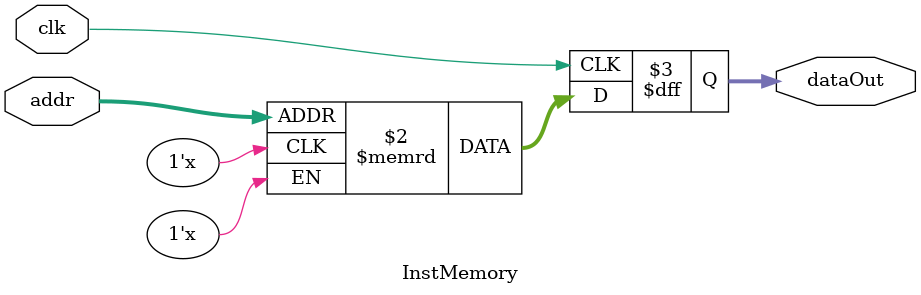
<source format=v>
`ifndef _INST_MEMORY_
`define _INST_MEMORY_

module InstMemory(
input clk,
input[ADDR_BIT_WIDTH - 1: 0] addr,
output reg[DATA_BIT_WIDTH - 1: 0] dataOut
);

parameter MEM_INIT_FILE = "";
parameter ADDR_BIT_WIDTH = 11;
parameter DATA_BIT_WIDTH = 32;
parameter N_WORDS = (1 << ADDR_BIT_WIDTH);

(* ram_init_file = MEM_INIT_FILE *)
reg[DATA_BIT_WIDTH - 1: 0] data[0: N_WORDS - 1];

always @(negedge clk) begin
	dataOut <= data[addr];
end

endmodule

`endif //_INST_MEMORY_
</source>
